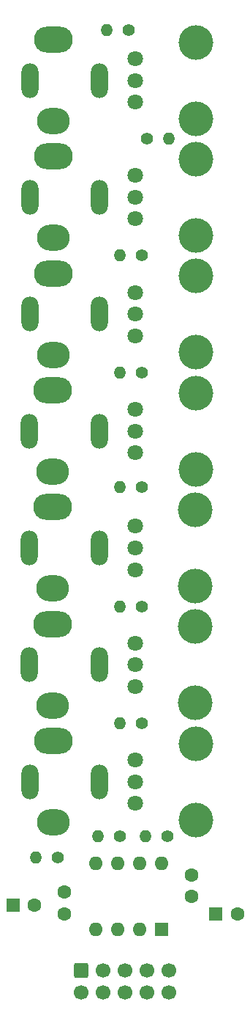
<source format=gts>
%TF.GenerationSoftware,KiCad,Pcbnew,(6.0.1)*%
%TF.CreationDate,2022-09-30T20:43:48-04:00*%
%TF.ProjectId,SYNTH-MIXER6-01,53594e54-482d-44d4-9958-4552362d3031,1*%
%TF.SameCoordinates,Original*%
%TF.FileFunction,Soldermask,Top*%
%TF.FilePolarity,Negative*%
%FSLAX46Y46*%
G04 Gerber Fmt 4.6, Leading zero omitted, Abs format (unit mm)*
G04 Created by KiCad (PCBNEW (6.0.1)) date 2022-09-30 20:43:48*
%MOMM*%
%LPD*%
G01*
G04 APERTURE LIST*
G04 Aperture macros list*
%AMRoundRect*
0 Rectangle with rounded corners*
0 $1 Rounding radius*
0 $2 $3 $4 $5 $6 $7 $8 $9 X,Y pos of 4 corners*
0 Add a 4 corners polygon primitive as box body*
4,1,4,$2,$3,$4,$5,$6,$7,$8,$9,$2,$3,0*
0 Add four circle primitives for the rounded corners*
1,1,$1+$1,$2,$3*
1,1,$1+$1,$4,$5*
1,1,$1+$1,$6,$7*
1,1,$1+$1,$8,$9*
0 Add four rect primitives between the rounded corners*
20,1,$1+$1,$2,$3,$4,$5,0*
20,1,$1+$1,$4,$5,$6,$7,0*
20,1,$1+$1,$6,$7,$8,$9,0*
20,1,$1+$1,$8,$9,$2,$3,0*%
G04 Aperture macros list end*
%ADD10C,4.000000*%
%ADD11C,1.800000*%
%ADD12C,1.400000*%
%ADD13O,1.400000X1.400000*%
%ADD14O,4.500000X3.000000*%
%ADD15O,3.800000X3.000000*%
%ADD16O,2.000000X4.000000*%
%ADD17RoundRect,0.250000X-0.600000X0.600000X-0.600000X-0.600000X0.600000X-0.600000X0.600000X0.600000X0*%
%ADD18C,1.700000*%
%ADD19R,1.600000X1.600000*%
%ADD20C,1.600000*%
%ADD21O,1.600000X1.600000*%
G04 APERTURE END LIST*
D10*
%TO.C,RV5*%
X22950000Y-72402501D03*
X22950000Y-63602501D03*
D11*
X15950000Y-70502501D03*
X15950000Y-68002501D03*
X15950000Y-65502501D03*
%TD*%
D12*
%TO.C,R4*%
X16720000Y-74752501D03*
D13*
X14180000Y-74752501D03*
%TD*%
D10*
%TO.C,RV1*%
X23000000Y-18452501D03*
X23000000Y-9652501D03*
D11*
X16000000Y-16552501D03*
X16000000Y-14052501D03*
X16000000Y-11552501D03*
%TD*%
D10*
%TO.C,RV3*%
X23000000Y-36602501D03*
X23000000Y-45402501D03*
D11*
X16000000Y-43502501D03*
X16000000Y-41002501D03*
X16000000Y-38502501D03*
%TD*%
D14*
%TO.C,J7*%
X6450000Y-90302501D03*
D15*
X6450000Y-99702501D03*
D16*
X11850000Y-95002501D03*
X3750000Y-95002501D03*
%TD*%
D10*
%TO.C,RV6*%
X22950000Y-77102501D03*
X22950000Y-85902501D03*
D11*
X15950000Y-84002501D03*
X15950000Y-81502501D03*
X15950000Y-79002501D03*
%TD*%
D14*
%TO.C,J5*%
X6400000Y-63302501D03*
D15*
X6400000Y-72702501D03*
D16*
X11800000Y-68002501D03*
X3700000Y-68002501D03*
%TD*%
D14*
%TO.C,J6*%
X6400000Y-76802501D03*
D15*
X6400000Y-86202501D03*
D16*
X11800000Y-81502501D03*
X3700000Y-81502501D03*
%TD*%
D12*
%TO.C,R10*%
X15190000Y-8250000D03*
D13*
X12650000Y-8250000D03*
%TD*%
D10*
%TO.C,RV7*%
X23000000Y-90602501D03*
X23000000Y-99402501D03*
D11*
X16000000Y-97502501D03*
X16000000Y-95002501D03*
X16000000Y-92502501D03*
%TD*%
D12*
%TO.C,R5*%
X16720000Y-88252501D03*
D13*
X14180000Y-88252501D03*
%TD*%
D14*
%TO.C,J2*%
X6450000Y-22802501D03*
D15*
X6450000Y-32202501D03*
D16*
X11850000Y-27502501D03*
X3750000Y-27502501D03*
%TD*%
D15*
%TO.C,J1*%
X6450000Y-18752501D03*
D14*
X6450000Y-9352501D03*
D16*
X11850000Y-14052501D03*
X3750000Y-14052501D03*
%TD*%
D12*
%TO.C,R3*%
X16720000Y-61002501D03*
D13*
X14180000Y-61002501D03*
%TD*%
D14*
%TO.C,J4*%
X6400000Y-49802501D03*
D15*
X6400000Y-59202501D03*
D16*
X11800000Y-54502501D03*
X3700000Y-54502501D03*
%TD*%
D10*
%TO.C,RV2*%
X23000000Y-31902501D03*
X23000000Y-23102501D03*
D11*
X16000000Y-30002501D03*
X16000000Y-27502501D03*
X16000000Y-25002501D03*
%TD*%
D12*
%TO.C,R1*%
X16720000Y-34252501D03*
D13*
X14180000Y-34252501D03*
%TD*%
D10*
%TO.C,RV4*%
X23000000Y-58902501D03*
X23000000Y-50102501D03*
D11*
X16000000Y-57002501D03*
X16000000Y-54502501D03*
X16000000Y-52002501D03*
%TD*%
D12*
%TO.C,R2*%
X16720000Y-47752501D03*
D13*
X14180000Y-47752501D03*
%TD*%
D15*
%TO.C,J3*%
X6450000Y-45702501D03*
D14*
X6450000Y-36302501D03*
D16*
X11850000Y-41002501D03*
X3750000Y-41002501D03*
%TD*%
D17*
%TO.C,J8*%
X9670000Y-116747500D03*
D18*
X9670000Y-119287500D03*
X12210000Y-116747500D03*
X12210000Y-119287500D03*
X14750000Y-116747500D03*
X14750000Y-119287500D03*
X17290000Y-116747500D03*
X17290000Y-119287500D03*
X19830000Y-116747500D03*
X19830000Y-119287500D03*
%TD*%
D19*
%TO.C,C3*%
X25294888Y-110250000D03*
D20*
X27794888Y-110250000D03*
%TD*%
D19*
%TO.C,U1*%
X19050000Y-112050000D03*
D21*
X16510000Y-112050000D03*
X13970000Y-112050000D03*
X11430000Y-112050000D03*
X11430000Y-104430000D03*
X13970000Y-104430000D03*
X16510000Y-104430000D03*
X19050000Y-104430000D03*
%TD*%
D12*
%TO.C,R7*%
X14220000Y-101250000D03*
D13*
X11680000Y-101250000D03*
%TD*%
D20*
%TO.C,C1*%
X22500000Y-105750000D03*
X22500000Y-108250000D03*
%TD*%
%TO.C,C2*%
X7750000Y-107750000D03*
X7750000Y-110250000D03*
%TD*%
D12*
%TO.C,R8*%
X6970000Y-103750000D03*
D13*
X4430000Y-103750000D03*
%TD*%
D12*
%TO.C,R9*%
X17280000Y-20750000D03*
D13*
X19820000Y-20750000D03*
%TD*%
D12*
%TO.C,R6*%
X19720000Y-101250000D03*
D13*
X17180000Y-101250000D03*
%TD*%
D19*
%TO.C,C4*%
X1794888Y-109250000D03*
D20*
X4294888Y-109250000D03*
%TD*%
M02*

</source>
